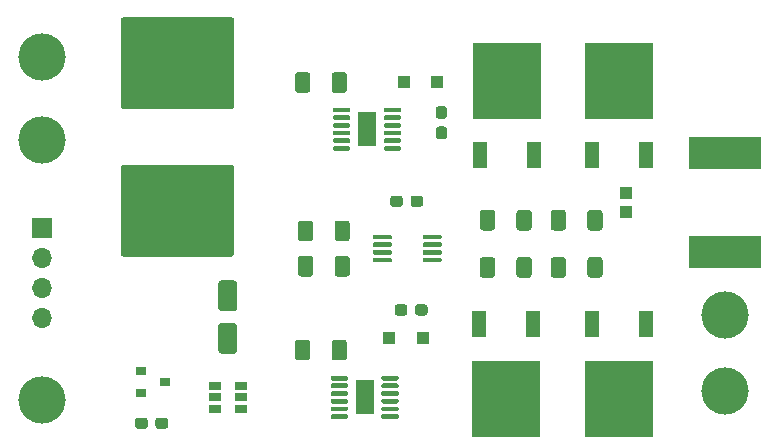
<source format=gts>
G04 #@! TF.GenerationSoftware,KiCad,Pcbnew,(5.1.10)-1*
G04 #@! TF.CreationDate,2021-09-07T16:34:36-04:00*
G04 #@! TF.ProjectId,Motor_Controller,4d6f746f-725f-4436-9f6e-74726f6c6c65,rev?*
G04 #@! TF.SameCoordinates,Original*
G04 #@! TF.FileFunction,Soldermask,Top*
G04 #@! TF.FilePolarity,Negative*
%FSLAX46Y46*%
G04 Gerber Fmt 4.6, Leading zero omitted, Abs format (unit mm)*
G04 Created by KiCad (PCBNEW (5.1.10)-1) date 2021-09-07 16:34:36*
%MOMM*%
%LPD*%
G01*
G04 APERTURE LIST*
%ADD10R,1.060000X0.650000*%
%ADD11R,0.900000X0.800000*%
%ADD12R,1.650000X2.850000*%
%ADD13C,4.000000*%
%ADD14R,1.000000X1.000000*%
%ADD15R,6.200000X2.700000*%
%ADD16R,5.800000X6.400000*%
%ADD17R,1.200000X2.200000*%
%ADD18O,1.700000X1.700000*%
%ADD19R,1.700000X1.700000*%
%ADD20R,1.100000X1.100000*%
G04 APERTURE END LIST*
G36*
G01*
X61262500Y-148837500D02*
X61262500Y-148362500D01*
G75*
G02*
X61500000Y-148125000I237500J0D01*
G01*
X62100000Y-148125000D01*
G75*
G02*
X62337500Y-148362500I0J-237500D01*
G01*
X62337500Y-148837500D01*
G75*
G02*
X62100000Y-149075000I-237500J0D01*
G01*
X61500000Y-149075000D01*
G75*
G02*
X61262500Y-148837500I0J237500D01*
G01*
G37*
G36*
G01*
X59537500Y-148837500D02*
X59537500Y-148362500D01*
G75*
G02*
X59775000Y-148125000I237500J0D01*
G01*
X60375000Y-148125000D01*
G75*
G02*
X60612500Y-148362500I0J-237500D01*
G01*
X60612500Y-148837500D01*
G75*
G02*
X60375000Y-149075000I-237500J0D01*
G01*
X59775000Y-149075000D01*
G75*
G02*
X59537500Y-148837500I0J237500D01*
G01*
G37*
G36*
G01*
X63262500Y-133062500D02*
X63737500Y-133062500D01*
G75*
G02*
X63975000Y-133300000I0J-237500D01*
G01*
X63975000Y-133900000D01*
G75*
G02*
X63737500Y-134137500I-237500J0D01*
G01*
X63262500Y-134137500D01*
G75*
G02*
X63025000Y-133900000I0J237500D01*
G01*
X63025000Y-133300000D01*
G75*
G02*
X63262500Y-133062500I237500J0D01*
G01*
G37*
G36*
G01*
X63262500Y-131337500D02*
X63737500Y-131337500D01*
G75*
G02*
X63975000Y-131575000I0J-237500D01*
G01*
X63975000Y-132175000D01*
G75*
G02*
X63737500Y-132412500I-237500J0D01*
G01*
X63262500Y-132412500D01*
G75*
G02*
X63025000Y-132175000I0J237500D01*
G01*
X63025000Y-131575000D01*
G75*
G02*
X63262500Y-131337500I237500J0D01*
G01*
G37*
G36*
G01*
X54200000Y-129975001D02*
X54200000Y-128724999D01*
G75*
G02*
X54449999Y-128475000I249999J0D01*
G01*
X55250001Y-128475000D01*
G75*
G02*
X55500000Y-128724999I0J-249999D01*
G01*
X55500000Y-129975001D01*
G75*
G02*
X55250001Y-130225000I-249999J0D01*
G01*
X54449999Y-130225000D01*
G75*
G02*
X54200000Y-129975001I0J249999D01*
G01*
G37*
G36*
G01*
X51100000Y-129975001D02*
X51100000Y-128724999D01*
G75*
G02*
X51349999Y-128475000I249999J0D01*
G01*
X52150001Y-128475000D01*
G75*
G02*
X52400000Y-128724999I0J-249999D01*
G01*
X52400000Y-129975001D01*
G75*
G02*
X52150001Y-130225000I-249999J0D01*
G01*
X51349999Y-130225000D01*
G75*
G02*
X51100000Y-129975001I0J249999D01*
G01*
G37*
D10*
X44300000Y-156000000D03*
X44300000Y-156950000D03*
X44300000Y-155050000D03*
X46500000Y-155050000D03*
X46500000Y-156000000D03*
X46500000Y-156950000D03*
D11*
X40100000Y-154700000D03*
X38100000Y-155650000D03*
X38100000Y-153750000D03*
G36*
G01*
X59300000Y-144275000D02*
X59300000Y-144475000D01*
G75*
G02*
X59200000Y-144575000I-100000J0D01*
G01*
X57775000Y-144575000D01*
G75*
G02*
X57675000Y-144475000I0J100000D01*
G01*
X57675000Y-144275000D01*
G75*
G02*
X57775000Y-144175000I100000J0D01*
G01*
X59200000Y-144175000D01*
G75*
G02*
X59300000Y-144275000I0J-100000D01*
G01*
G37*
G36*
G01*
X59300000Y-143625000D02*
X59300000Y-143825000D01*
G75*
G02*
X59200000Y-143925000I-100000J0D01*
G01*
X57775000Y-143925000D01*
G75*
G02*
X57675000Y-143825000I0J100000D01*
G01*
X57675000Y-143625000D01*
G75*
G02*
X57775000Y-143525000I100000J0D01*
G01*
X59200000Y-143525000D01*
G75*
G02*
X59300000Y-143625000I0J-100000D01*
G01*
G37*
G36*
G01*
X59300000Y-142975000D02*
X59300000Y-143175000D01*
G75*
G02*
X59200000Y-143275000I-100000J0D01*
G01*
X57775000Y-143275000D01*
G75*
G02*
X57675000Y-143175000I0J100000D01*
G01*
X57675000Y-142975000D01*
G75*
G02*
X57775000Y-142875000I100000J0D01*
G01*
X59200000Y-142875000D01*
G75*
G02*
X59300000Y-142975000I0J-100000D01*
G01*
G37*
G36*
G01*
X59300000Y-142325000D02*
X59300000Y-142525000D01*
G75*
G02*
X59200000Y-142625000I-100000J0D01*
G01*
X57775000Y-142625000D01*
G75*
G02*
X57675000Y-142525000I0J100000D01*
G01*
X57675000Y-142325000D01*
G75*
G02*
X57775000Y-142225000I100000J0D01*
G01*
X59200000Y-142225000D01*
G75*
G02*
X59300000Y-142325000I0J-100000D01*
G01*
G37*
G36*
G01*
X63525000Y-142325000D02*
X63525000Y-142525000D01*
G75*
G02*
X63425000Y-142625000I-100000J0D01*
G01*
X62000000Y-142625000D01*
G75*
G02*
X61900000Y-142525000I0J100000D01*
G01*
X61900000Y-142325000D01*
G75*
G02*
X62000000Y-142225000I100000J0D01*
G01*
X63425000Y-142225000D01*
G75*
G02*
X63525000Y-142325000I0J-100000D01*
G01*
G37*
G36*
G01*
X63525000Y-142975000D02*
X63525000Y-143175000D01*
G75*
G02*
X63425000Y-143275000I-100000J0D01*
G01*
X62000000Y-143275000D01*
G75*
G02*
X61900000Y-143175000I0J100000D01*
G01*
X61900000Y-142975000D01*
G75*
G02*
X62000000Y-142875000I100000J0D01*
G01*
X63425000Y-142875000D01*
G75*
G02*
X63525000Y-142975000I0J-100000D01*
G01*
G37*
G36*
G01*
X63525000Y-143625000D02*
X63525000Y-143825000D01*
G75*
G02*
X63425000Y-143925000I-100000J0D01*
G01*
X62000000Y-143925000D01*
G75*
G02*
X61900000Y-143825000I0J100000D01*
G01*
X61900000Y-143625000D01*
G75*
G02*
X62000000Y-143525000I100000J0D01*
G01*
X63425000Y-143525000D01*
G75*
G02*
X63525000Y-143625000I0J-100000D01*
G01*
G37*
G36*
G01*
X63525000Y-144275000D02*
X63525000Y-144475000D01*
G75*
G02*
X63425000Y-144575000I-100000J0D01*
G01*
X62000000Y-144575000D01*
G75*
G02*
X61900000Y-144475000I0J100000D01*
G01*
X61900000Y-144275000D01*
G75*
G02*
X62000000Y-144175000I100000J0D01*
G01*
X63425000Y-144175000D01*
G75*
G02*
X63525000Y-144275000I0J-100000D01*
G01*
G37*
D12*
X57000000Y-156000000D03*
G36*
G01*
X58425000Y-154475000D02*
X58425000Y-154275000D01*
G75*
G02*
X58525000Y-154175000I100000J0D01*
G01*
X59775000Y-154175000D01*
G75*
G02*
X59875000Y-154275000I0J-100000D01*
G01*
X59875000Y-154475000D01*
G75*
G02*
X59775000Y-154575000I-100000J0D01*
G01*
X58525000Y-154575000D01*
G75*
G02*
X58425000Y-154475000I0J100000D01*
G01*
G37*
G36*
G01*
X58425000Y-155125000D02*
X58425000Y-154925000D01*
G75*
G02*
X58525000Y-154825000I100000J0D01*
G01*
X59775000Y-154825000D01*
G75*
G02*
X59875000Y-154925000I0J-100000D01*
G01*
X59875000Y-155125000D01*
G75*
G02*
X59775000Y-155225000I-100000J0D01*
G01*
X58525000Y-155225000D01*
G75*
G02*
X58425000Y-155125000I0J100000D01*
G01*
G37*
G36*
G01*
X58425000Y-155775000D02*
X58425000Y-155575000D01*
G75*
G02*
X58525000Y-155475000I100000J0D01*
G01*
X59775000Y-155475000D01*
G75*
G02*
X59875000Y-155575000I0J-100000D01*
G01*
X59875000Y-155775000D01*
G75*
G02*
X59775000Y-155875000I-100000J0D01*
G01*
X58525000Y-155875000D01*
G75*
G02*
X58425000Y-155775000I0J100000D01*
G01*
G37*
G36*
G01*
X58425000Y-156425000D02*
X58425000Y-156225000D01*
G75*
G02*
X58525000Y-156125000I100000J0D01*
G01*
X59775000Y-156125000D01*
G75*
G02*
X59875000Y-156225000I0J-100000D01*
G01*
X59875000Y-156425000D01*
G75*
G02*
X59775000Y-156525000I-100000J0D01*
G01*
X58525000Y-156525000D01*
G75*
G02*
X58425000Y-156425000I0J100000D01*
G01*
G37*
G36*
G01*
X58425000Y-157075000D02*
X58425000Y-156875000D01*
G75*
G02*
X58525000Y-156775000I100000J0D01*
G01*
X59775000Y-156775000D01*
G75*
G02*
X59875000Y-156875000I0J-100000D01*
G01*
X59875000Y-157075000D01*
G75*
G02*
X59775000Y-157175000I-100000J0D01*
G01*
X58525000Y-157175000D01*
G75*
G02*
X58425000Y-157075000I0J100000D01*
G01*
G37*
G36*
G01*
X58425000Y-157725000D02*
X58425000Y-157525000D01*
G75*
G02*
X58525000Y-157425000I100000J0D01*
G01*
X59775000Y-157425000D01*
G75*
G02*
X59875000Y-157525000I0J-100000D01*
G01*
X59875000Y-157725000D01*
G75*
G02*
X59775000Y-157825000I-100000J0D01*
G01*
X58525000Y-157825000D01*
G75*
G02*
X58425000Y-157725000I0J100000D01*
G01*
G37*
G36*
G01*
X54125000Y-157725000D02*
X54125000Y-157525000D01*
G75*
G02*
X54225000Y-157425000I100000J0D01*
G01*
X55475000Y-157425000D01*
G75*
G02*
X55575000Y-157525000I0J-100000D01*
G01*
X55575000Y-157725000D01*
G75*
G02*
X55475000Y-157825000I-100000J0D01*
G01*
X54225000Y-157825000D01*
G75*
G02*
X54125000Y-157725000I0J100000D01*
G01*
G37*
G36*
G01*
X54125000Y-157075000D02*
X54125000Y-156875000D01*
G75*
G02*
X54225000Y-156775000I100000J0D01*
G01*
X55475000Y-156775000D01*
G75*
G02*
X55575000Y-156875000I0J-100000D01*
G01*
X55575000Y-157075000D01*
G75*
G02*
X55475000Y-157175000I-100000J0D01*
G01*
X54225000Y-157175000D01*
G75*
G02*
X54125000Y-157075000I0J100000D01*
G01*
G37*
G36*
G01*
X54125000Y-156425000D02*
X54125000Y-156225000D01*
G75*
G02*
X54225000Y-156125000I100000J0D01*
G01*
X55475000Y-156125000D01*
G75*
G02*
X55575000Y-156225000I0J-100000D01*
G01*
X55575000Y-156425000D01*
G75*
G02*
X55475000Y-156525000I-100000J0D01*
G01*
X54225000Y-156525000D01*
G75*
G02*
X54125000Y-156425000I0J100000D01*
G01*
G37*
G36*
G01*
X54125000Y-155775000D02*
X54125000Y-155575000D01*
G75*
G02*
X54225000Y-155475000I100000J0D01*
G01*
X55475000Y-155475000D01*
G75*
G02*
X55575000Y-155575000I0J-100000D01*
G01*
X55575000Y-155775000D01*
G75*
G02*
X55475000Y-155875000I-100000J0D01*
G01*
X54225000Y-155875000D01*
G75*
G02*
X54125000Y-155775000I0J100000D01*
G01*
G37*
G36*
G01*
X54125000Y-155125000D02*
X54125000Y-154925000D01*
G75*
G02*
X54225000Y-154825000I100000J0D01*
G01*
X55475000Y-154825000D01*
G75*
G02*
X55575000Y-154925000I0J-100000D01*
G01*
X55575000Y-155125000D01*
G75*
G02*
X55475000Y-155225000I-100000J0D01*
G01*
X54225000Y-155225000D01*
G75*
G02*
X54125000Y-155125000I0J100000D01*
G01*
G37*
G36*
G01*
X54125000Y-154475000D02*
X54125000Y-154275000D01*
G75*
G02*
X54225000Y-154175000I100000J0D01*
G01*
X55475000Y-154175000D01*
G75*
G02*
X55575000Y-154275000I0J-100000D01*
G01*
X55575000Y-154475000D01*
G75*
G02*
X55475000Y-154575000I-100000J0D01*
G01*
X54225000Y-154575000D01*
G75*
G02*
X54125000Y-154475000I0J100000D01*
G01*
G37*
X57200000Y-133300000D03*
G36*
G01*
X58625000Y-131775000D02*
X58625000Y-131575000D01*
G75*
G02*
X58725000Y-131475000I100000J0D01*
G01*
X59975000Y-131475000D01*
G75*
G02*
X60075000Y-131575000I0J-100000D01*
G01*
X60075000Y-131775000D01*
G75*
G02*
X59975000Y-131875000I-100000J0D01*
G01*
X58725000Y-131875000D01*
G75*
G02*
X58625000Y-131775000I0J100000D01*
G01*
G37*
G36*
G01*
X58625000Y-132425000D02*
X58625000Y-132225000D01*
G75*
G02*
X58725000Y-132125000I100000J0D01*
G01*
X59975000Y-132125000D01*
G75*
G02*
X60075000Y-132225000I0J-100000D01*
G01*
X60075000Y-132425000D01*
G75*
G02*
X59975000Y-132525000I-100000J0D01*
G01*
X58725000Y-132525000D01*
G75*
G02*
X58625000Y-132425000I0J100000D01*
G01*
G37*
G36*
G01*
X58625000Y-133075000D02*
X58625000Y-132875000D01*
G75*
G02*
X58725000Y-132775000I100000J0D01*
G01*
X59975000Y-132775000D01*
G75*
G02*
X60075000Y-132875000I0J-100000D01*
G01*
X60075000Y-133075000D01*
G75*
G02*
X59975000Y-133175000I-100000J0D01*
G01*
X58725000Y-133175000D01*
G75*
G02*
X58625000Y-133075000I0J100000D01*
G01*
G37*
G36*
G01*
X58625000Y-133725000D02*
X58625000Y-133525000D01*
G75*
G02*
X58725000Y-133425000I100000J0D01*
G01*
X59975000Y-133425000D01*
G75*
G02*
X60075000Y-133525000I0J-100000D01*
G01*
X60075000Y-133725000D01*
G75*
G02*
X59975000Y-133825000I-100000J0D01*
G01*
X58725000Y-133825000D01*
G75*
G02*
X58625000Y-133725000I0J100000D01*
G01*
G37*
G36*
G01*
X58625000Y-134375000D02*
X58625000Y-134175000D01*
G75*
G02*
X58725000Y-134075000I100000J0D01*
G01*
X59975000Y-134075000D01*
G75*
G02*
X60075000Y-134175000I0J-100000D01*
G01*
X60075000Y-134375000D01*
G75*
G02*
X59975000Y-134475000I-100000J0D01*
G01*
X58725000Y-134475000D01*
G75*
G02*
X58625000Y-134375000I0J100000D01*
G01*
G37*
G36*
G01*
X58625000Y-135025000D02*
X58625000Y-134825000D01*
G75*
G02*
X58725000Y-134725000I100000J0D01*
G01*
X59975000Y-134725000D01*
G75*
G02*
X60075000Y-134825000I0J-100000D01*
G01*
X60075000Y-135025000D01*
G75*
G02*
X59975000Y-135125000I-100000J0D01*
G01*
X58725000Y-135125000D01*
G75*
G02*
X58625000Y-135025000I0J100000D01*
G01*
G37*
G36*
G01*
X54325000Y-135025000D02*
X54325000Y-134825000D01*
G75*
G02*
X54425000Y-134725000I100000J0D01*
G01*
X55675000Y-134725000D01*
G75*
G02*
X55775000Y-134825000I0J-100000D01*
G01*
X55775000Y-135025000D01*
G75*
G02*
X55675000Y-135125000I-100000J0D01*
G01*
X54425000Y-135125000D01*
G75*
G02*
X54325000Y-135025000I0J100000D01*
G01*
G37*
G36*
G01*
X54325000Y-134375000D02*
X54325000Y-134175000D01*
G75*
G02*
X54425000Y-134075000I100000J0D01*
G01*
X55675000Y-134075000D01*
G75*
G02*
X55775000Y-134175000I0J-100000D01*
G01*
X55775000Y-134375000D01*
G75*
G02*
X55675000Y-134475000I-100000J0D01*
G01*
X54425000Y-134475000D01*
G75*
G02*
X54325000Y-134375000I0J100000D01*
G01*
G37*
G36*
G01*
X54325000Y-133725000D02*
X54325000Y-133525000D01*
G75*
G02*
X54425000Y-133425000I100000J0D01*
G01*
X55675000Y-133425000D01*
G75*
G02*
X55775000Y-133525000I0J-100000D01*
G01*
X55775000Y-133725000D01*
G75*
G02*
X55675000Y-133825000I-100000J0D01*
G01*
X54425000Y-133825000D01*
G75*
G02*
X54325000Y-133725000I0J100000D01*
G01*
G37*
G36*
G01*
X54325000Y-133075000D02*
X54325000Y-132875000D01*
G75*
G02*
X54425000Y-132775000I100000J0D01*
G01*
X55675000Y-132775000D01*
G75*
G02*
X55775000Y-132875000I0J-100000D01*
G01*
X55775000Y-133075000D01*
G75*
G02*
X55675000Y-133175000I-100000J0D01*
G01*
X54425000Y-133175000D01*
G75*
G02*
X54325000Y-133075000I0J100000D01*
G01*
G37*
G36*
G01*
X54325000Y-132425000D02*
X54325000Y-132225000D01*
G75*
G02*
X54425000Y-132125000I100000J0D01*
G01*
X55675000Y-132125000D01*
G75*
G02*
X55775000Y-132225000I0J-100000D01*
G01*
X55775000Y-132425000D01*
G75*
G02*
X55675000Y-132525000I-100000J0D01*
G01*
X54425000Y-132525000D01*
G75*
G02*
X54325000Y-132425000I0J100000D01*
G01*
G37*
G36*
G01*
X54325000Y-131775000D02*
X54325000Y-131575000D01*
G75*
G02*
X54425000Y-131475000I100000J0D01*
G01*
X55675000Y-131475000D01*
G75*
G02*
X55775000Y-131575000I0J-100000D01*
G01*
X55775000Y-131775000D01*
G75*
G02*
X55675000Y-131875000I-100000J0D01*
G01*
X54425000Y-131875000D01*
G75*
G02*
X54325000Y-131775000I0J100000D01*
G01*
G37*
D13*
X29700000Y-127200000D03*
X29700000Y-156200000D03*
X29700000Y-134200000D03*
X87500000Y-155500000D03*
X87500000Y-149000000D03*
D14*
X79100000Y-138700000D03*
X79100000Y-140300000D03*
D15*
X87500000Y-135350000D03*
X87500000Y-143650000D03*
G36*
G01*
X69850000Y-145625001D02*
X69850000Y-144374999D01*
G75*
G02*
X70099999Y-144125000I249999J0D01*
G01*
X70900001Y-144125000D01*
G75*
G02*
X71150000Y-144374999I0J-249999D01*
G01*
X71150000Y-145625001D01*
G75*
G02*
X70900001Y-145875000I-249999J0D01*
G01*
X70099999Y-145875000D01*
G75*
G02*
X69850000Y-145625001I0J249999D01*
G01*
G37*
G36*
G01*
X66750000Y-145625001D02*
X66750000Y-144374999D01*
G75*
G02*
X66999999Y-144125000I249999J0D01*
G01*
X67800001Y-144125000D01*
G75*
G02*
X68050000Y-144374999I0J-249999D01*
G01*
X68050000Y-145625001D01*
G75*
G02*
X67800001Y-145875000I-249999J0D01*
G01*
X66999999Y-145875000D01*
G75*
G02*
X66750000Y-145625001I0J249999D01*
G01*
G37*
G36*
G01*
X69850000Y-141625001D02*
X69850000Y-140374999D01*
G75*
G02*
X70099999Y-140125000I249999J0D01*
G01*
X70900001Y-140125000D01*
G75*
G02*
X71150000Y-140374999I0J-249999D01*
G01*
X71150000Y-141625001D01*
G75*
G02*
X70900001Y-141875000I-249999J0D01*
G01*
X70099999Y-141875000D01*
G75*
G02*
X69850000Y-141625001I0J249999D01*
G01*
G37*
G36*
G01*
X66750000Y-141625001D02*
X66750000Y-140374999D01*
G75*
G02*
X66999999Y-140125000I249999J0D01*
G01*
X67800001Y-140125000D01*
G75*
G02*
X68050000Y-140374999I0J-249999D01*
G01*
X68050000Y-141625001D01*
G75*
G02*
X67800001Y-141875000I-249999J0D01*
G01*
X66999999Y-141875000D01*
G75*
G02*
X66750000Y-141625001I0J249999D01*
G01*
G37*
G36*
G01*
X75850000Y-141625001D02*
X75850000Y-140374999D01*
G75*
G02*
X76099999Y-140125000I249999J0D01*
G01*
X76900001Y-140125000D01*
G75*
G02*
X77150000Y-140374999I0J-249999D01*
G01*
X77150000Y-141625001D01*
G75*
G02*
X76900001Y-141875000I-249999J0D01*
G01*
X76099999Y-141875000D01*
G75*
G02*
X75850000Y-141625001I0J249999D01*
G01*
G37*
G36*
G01*
X72750000Y-141625001D02*
X72750000Y-140374999D01*
G75*
G02*
X72999999Y-140125000I249999J0D01*
G01*
X73800001Y-140125000D01*
G75*
G02*
X74050000Y-140374999I0J-249999D01*
G01*
X74050000Y-141625001D01*
G75*
G02*
X73800001Y-141875000I-249999J0D01*
G01*
X72999999Y-141875000D01*
G75*
G02*
X72750000Y-141625001I0J249999D01*
G01*
G37*
G36*
G01*
X75850000Y-145625001D02*
X75850000Y-144374999D01*
G75*
G02*
X76099999Y-144125000I249999J0D01*
G01*
X76900001Y-144125000D01*
G75*
G02*
X77150000Y-144374999I0J-249999D01*
G01*
X77150000Y-145625001D01*
G75*
G02*
X76900001Y-145875000I-249999J0D01*
G01*
X76099999Y-145875000D01*
G75*
G02*
X75850000Y-145625001I0J249999D01*
G01*
G37*
G36*
G01*
X72750000Y-145625001D02*
X72750000Y-144374999D01*
G75*
G02*
X72999999Y-144125000I249999J0D01*
G01*
X73800001Y-144125000D01*
G75*
G02*
X74050000Y-144374999I0J-249999D01*
G01*
X74050000Y-145625001D01*
G75*
G02*
X73800001Y-145875000I-249999J0D01*
G01*
X72999999Y-145875000D01*
G75*
G02*
X72750000Y-145625001I0J249999D01*
G01*
G37*
G36*
G01*
X54450000Y-142525001D02*
X54450000Y-141274999D01*
G75*
G02*
X54699999Y-141025000I249999J0D01*
G01*
X55500001Y-141025000D01*
G75*
G02*
X55750000Y-141274999I0J-249999D01*
G01*
X55750000Y-142525001D01*
G75*
G02*
X55500001Y-142775000I-249999J0D01*
G01*
X54699999Y-142775000D01*
G75*
G02*
X54450000Y-142525001I0J249999D01*
G01*
G37*
G36*
G01*
X51350000Y-142525001D02*
X51350000Y-141274999D01*
G75*
G02*
X51599999Y-141025000I249999J0D01*
G01*
X52400001Y-141025000D01*
G75*
G02*
X52650000Y-141274999I0J-249999D01*
G01*
X52650000Y-142525001D01*
G75*
G02*
X52400001Y-142775000I-249999J0D01*
G01*
X51599999Y-142775000D01*
G75*
G02*
X51350000Y-142525001I0J249999D01*
G01*
G37*
G36*
G01*
X52650000Y-144274999D02*
X52650000Y-145525001D01*
G75*
G02*
X52400001Y-145775000I-249999J0D01*
G01*
X51599999Y-145775000D01*
G75*
G02*
X51350000Y-145525001I0J249999D01*
G01*
X51350000Y-144274999D01*
G75*
G02*
X51599999Y-144025000I249999J0D01*
G01*
X52400001Y-144025000D01*
G75*
G02*
X52650000Y-144274999I0J-249999D01*
G01*
G37*
G36*
G01*
X55750000Y-144274999D02*
X55750000Y-145525001D01*
G75*
G02*
X55500001Y-145775000I-249999J0D01*
G01*
X54699999Y-145775000D01*
G75*
G02*
X54450000Y-145525001I0J249999D01*
G01*
X54450000Y-144274999D01*
G75*
G02*
X54699999Y-144025000I249999J0D01*
G01*
X55500001Y-144025000D01*
G75*
G02*
X55750000Y-144274999I0J-249999D01*
G01*
G37*
G36*
G01*
X54200000Y-152625001D02*
X54200000Y-151374999D01*
G75*
G02*
X54449999Y-151125000I249999J0D01*
G01*
X55250001Y-151125000D01*
G75*
G02*
X55500000Y-151374999I0J-249999D01*
G01*
X55500000Y-152625001D01*
G75*
G02*
X55250001Y-152875000I-249999J0D01*
G01*
X54449999Y-152875000D01*
G75*
G02*
X54200000Y-152625001I0J249999D01*
G01*
G37*
G36*
G01*
X51100000Y-152625001D02*
X51100000Y-151374999D01*
G75*
G02*
X51349999Y-151125000I249999J0D01*
G01*
X52150001Y-151125000D01*
G75*
G02*
X52400000Y-151374999I0J-249999D01*
G01*
X52400000Y-152625001D01*
G75*
G02*
X52150001Y-152875000I-249999J0D01*
G01*
X51349999Y-152875000D01*
G75*
G02*
X51100000Y-152625001I0J249999D01*
G01*
G37*
D16*
X78500000Y-156100000D03*
D17*
X76220000Y-149800000D03*
X80780000Y-149800000D03*
D16*
X69000000Y-156100000D03*
D17*
X66720000Y-149800000D03*
X71280000Y-149800000D03*
D16*
X78500000Y-129175000D03*
D17*
X80780000Y-135475000D03*
X76220000Y-135475000D03*
D16*
X69025000Y-129175000D03*
D17*
X71305000Y-135475000D03*
X66745000Y-135475000D03*
D18*
X29700000Y-149320000D03*
X29700000Y-146780000D03*
X29700000Y-144240000D03*
D19*
X29700000Y-141700000D03*
D20*
X59100000Y-151000000D03*
X61900000Y-151000000D03*
X60300000Y-129300000D03*
X63100000Y-129300000D03*
G36*
G01*
X39287500Y-158437500D02*
X39287500Y-157962500D01*
G75*
G02*
X39525000Y-157725000I237500J0D01*
G01*
X40125000Y-157725000D01*
G75*
G02*
X40362500Y-157962500I0J-237500D01*
G01*
X40362500Y-158437500D01*
G75*
G02*
X40125000Y-158675000I-237500J0D01*
G01*
X39525000Y-158675000D01*
G75*
G02*
X39287500Y-158437500I0J237500D01*
G01*
G37*
G36*
G01*
X37562500Y-158437500D02*
X37562500Y-157962500D01*
G75*
G02*
X37800000Y-157725000I237500J0D01*
G01*
X38400000Y-157725000D01*
G75*
G02*
X38637500Y-157962500I0J-237500D01*
G01*
X38637500Y-158437500D01*
G75*
G02*
X38400000Y-158675000I-237500J0D01*
G01*
X37800000Y-158675000D01*
G75*
G02*
X37562500Y-158437500I0J237500D01*
G01*
G37*
G36*
G01*
X44850000Y-149700000D02*
X45950000Y-149700000D01*
G75*
G02*
X46200000Y-149950000I0J-250000D01*
G01*
X46200000Y-152050000D01*
G75*
G02*
X45950000Y-152300000I-250000J0D01*
G01*
X44850000Y-152300000D01*
G75*
G02*
X44600000Y-152050000I0J250000D01*
G01*
X44600000Y-149950000D01*
G75*
G02*
X44850000Y-149700000I250000J0D01*
G01*
G37*
G36*
G01*
X44850000Y-146100000D02*
X45950000Y-146100000D01*
G75*
G02*
X46200000Y-146350000I0J-250000D01*
G01*
X46200000Y-148450000D01*
G75*
G02*
X45950000Y-148700000I-250000J0D01*
G01*
X44850000Y-148700000D01*
G75*
G02*
X44600000Y-148450000I0J250000D01*
G01*
X44600000Y-146350000D01*
G75*
G02*
X44850000Y-146100000I250000J0D01*
G01*
G37*
G36*
G01*
X36599997Y-136300000D02*
X45700003Y-136300000D01*
G75*
G02*
X45950000Y-136549997I0J-249997D01*
G01*
X45950000Y-143850003D01*
G75*
G02*
X45700003Y-144100000I-249997J0D01*
G01*
X36599997Y-144100000D01*
G75*
G02*
X36350000Y-143850003I0J249997D01*
G01*
X36350000Y-136549997D01*
G75*
G02*
X36599997Y-136300000I249997J0D01*
G01*
G37*
G36*
G01*
X36599997Y-123800000D02*
X45700003Y-123800000D01*
G75*
G02*
X45950000Y-124049997I0J-249997D01*
G01*
X45950000Y-131350003D01*
G75*
G02*
X45700003Y-131600000I-249997J0D01*
G01*
X36599997Y-131600000D01*
G75*
G02*
X36350000Y-131350003I0J249997D01*
G01*
X36350000Y-124049997D01*
G75*
G02*
X36599997Y-123800000I249997J0D01*
G01*
G37*
G36*
G01*
X60887500Y-139637500D02*
X60887500Y-139162500D01*
G75*
G02*
X61125000Y-138925000I237500J0D01*
G01*
X61725000Y-138925000D01*
G75*
G02*
X61962500Y-139162500I0J-237500D01*
G01*
X61962500Y-139637500D01*
G75*
G02*
X61725000Y-139875000I-237500J0D01*
G01*
X61125000Y-139875000D01*
G75*
G02*
X60887500Y-139637500I0J237500D01*
G01*
G37*
G36*
G01*
X59162500Y-139637500D02*
X59162500Y-139162500D01*
G75*
G02*
X59400000Y-138925000I237500J0D01*
G01*
X60000000Y-138925000D01*
G75*
G02*
X60237500Y-139162500I0J-237500D01*
G01*
X60237500Y-139637500D01*
G75*
G02*
X60000000Y-139875000I-237500J0D01*
G01*
X59400000Y-139875000D01*
G75*
G02*
X59162500Y-139637500I0J237500D01*
G01*
G37*
M02*

</source>
